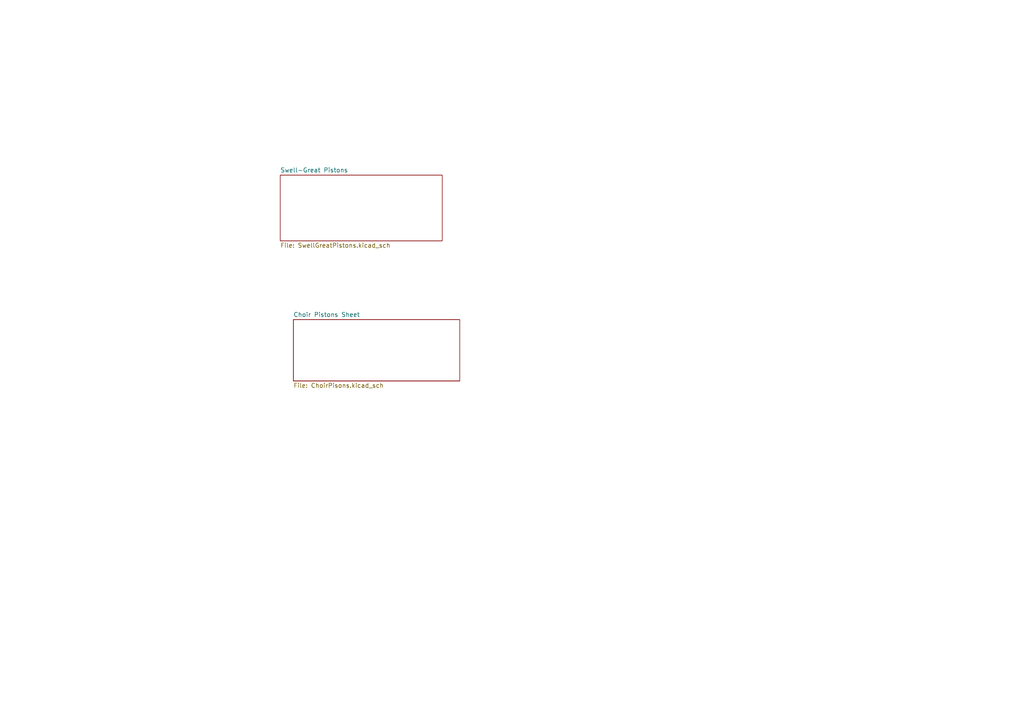
<source format=kicad_sch>
(kicad_sch (version 20211123) (generator eeschema)

  (uuid ec120371-f948-4747-93d5-6ea8a6df7ed0)

  (paper "A4")

  (lib_symbols
  )


  (sheet (at 81.28 50.8) (size 46.99 19.05) (fields_autoplaced)
    (stroke (width 0.1524) (type solid) (color 0 0 0 0))
    (fill (color 0 0 0 0.0000))
    (uuid 43d4d41b-2816-453d-acfc-cb55b36709eb)
    (property "Sheet name" "Swell-Great Pistons" (id 0) (at 81.28 50.0884 0)
      (effects (font (size 1.27 1.27)) (justify left bottom))
    )
    (property "Sheet file" "SwellGreatPistons.kicad_sch" (id 1) (at 81.28 70.4346 0)
      (effects (font (size 1.27 1.27)) (justify left top))
    )
  )

  (sheet (at 85.09 92.71) (size 48.26 17.78) (fields_autoplaced)
    (stroke (width 0.1524) (type solid) (color 0 0 0 0))
    (fill (color 0 0 0 0.0000))
    (uuid 9ad91bc4-4825-4e26-a49c-8a654fef3ab8)
    (property "Sheet name" "Choir Pistons Sheet" (id 0) (at 85.09 91.9984 0)
      (effects (font (size 1.27 1.27)) (justify left bottom))
    )
    (property "Sheet file" "ChoirPisons.kicad_sch" (id 1) (at 85.09 111.0746 0)
      (effects (font (size 1.27 1.27)) (justify left top))
    )
  )

  (sheet_instances
    (path "/" (page "1"))
    (path "/43d4d41b-2816-453d-acfc-cb55b36709eb" (page "2"))
    (path "/9ad91bc4-4825-4e26-a49c-8a654fef3ab8" (page "3"))
  )

  (symbol_instances
    (path "/43d4d41b-2816-453d-acfc-cb55b36709eb/e57602cd-bccf-4273-927c-dc341ba8b447"
      (reference "J1") (unit 1) (value "GreatLEDs") (footprint "")
    )
    (path "/43d4d41b-2816-453d-acfc-cb55b36709eb/209a5a6c-45d7-4202-a316-51a70d21d0ed"
      (reference "J2") (unit 1) (value "SwellLEDs") (footprint "")
    )
    (path "/43d4d41b-2816-453d-acfc-cb55b36709eb/5e1390ae-f6c8-4f5b-b18e-25886c3cda55"
      (reference "J3") (unit 1) (value "GreatPistons") (footprint "")
    )
    (path "/43d4d41b-2816-453d-acfc-cb55b36709eb/11f4e6e4-6bb9-4b38-a04b-89bff2af8367"
      (reference "J4") (unit 1) (value "SwellPistons") (footprint "")
    )
    (path "/9ad91bc4-4825-4e26-a49c-8a654fef3ab8/db912578-c449-4809-848e-9e658a565012"
      (reference "J5") (unit 1) (value "ChoirLEDs") (footprint "")
    )
    (path "/9ad91bc4-4825-4e26-a49c-8a654fef3ab8/c2116445-aab1-4ad3-acc9-eef3b67d80df"
      (reference "J6") (unit 1) (value "ChoirPistons") (footprint "")
    )
    (path "/9ad91bc4-4825-4e26-a49c-8a654fef3ab8/9e944b34-d5d4-4ca7-af2b-5346bb85b2c5"
      (reference "J?") (unit 1) (value "PedalExt") (footprint "")
    )
    (path "/43d4d41b-2816-453d-acfc-cb55b36709eb/780526f0-31d0-40d6-a7a9-e135be4f192a"
      (reference "SW1") (unit 1) (value "SW") (footprint "")
    )
    (path "/43d4d41b-2816-453d-acfc-cb55b36709eb/0690ef3f-bfb7-4ad8-bb9c-e30babf27abd"
      (reference "SW3") (unit 1) (value "SW") (footprint "")
    )
    (path "/43d4d41b-2816-453d-acfc-cb55b36709eb/91ed1337-10a5-4bff-bd64-7e9c6fcaaa2b"
      (reference "SW4") (unit 1) (value "SW") (footprint "")
    )
    (path "/43d4d41b-2816-453d-acfc-cb55b36709eb/b9a7ca8c-9456-40b9-8bf8-c45736b6113f"
      (reference "SW5") (unit 1) (value "SW") (footprint "")
    )
    (path "/43d4d41b-2816-453d-acfc-cb55b36709eb/ccd1b0f0-9674-46f1-b9c6-5b521f816716"
      (reference "SW6") (unit 1) (value "SW") (footprint "")
    )
    (path "/43d4d41b-2816-453d-acfc-cb55b36709eb/f2d92c85-8305-403a-a831-7dc5236eeaf4"
      (reference "SW7") (unit 1) (value "SW") (footprint "")
    )
    (path "/43d4d41b-2816-453d-acfc-cb55b36709eb/4c23476d-3aeb-4ef0-93d0-16663758ddcc"
      (reference "SW8") (unit 1) (value "SW") (footprint "")
    )
    (path "/43d4d41b-2816-453d-acfc-cb55b36709eb/27de6ef5-ad9b-4761-b930-36c0d2e1d2db"
      (reference "SW9") (unit 1) (value "SW") (footprint "")
    )
    (path "/43d4d41b-2816-453d-acfc-cb55b36709eb/dd0159eb-fa37-4d80-a7e9-cf3e11ae7812"
      (reference "SW10") (unit 1) (value "SW") (footprint "")
    )
    (path "/43d4d41b-2816-453d-acfc-cb55b36709eb/59884a06-0107-47dc-9f02-54de6073cb99"
      (reference "SW11") (unit 1) (value "SW") (footprint "")
    )
    (path "/43d4d41b-2816-453d-acfc-cb55b36709eb/b0d69e11-39e6-4616-93f8-ded3bed44825"
      (reference "SW12") (unit 1) (value "SW") (footprint "")
    )
    (path "/43d4d41b-2816-453d-acfc-cb55b36709eb/a265c75b-fb7b-4ac1-a525-c4a06297a4a7"
      (reference "SW13") (unit 1) (value "SW") (footprint "")
    )
    (path "/43d4d41b-2816-453d-acfc-cb55b36709eb/58a1c574-e0e7-4a03-bb12-06d5b115f2cd"
      (reference "SW14") (unit 1) (value "SW") (footprint "")
    )
    (path "/43d4d41b-2816-453d-acfc-cb55b36709eb/36a6af73-a159-4b85-97bf-558a4c18163d"
      (reference "SW15") (unit 1) (value "SW") (footprint "")
    )
    (path "/43d4d41b-2816-453d-acfc-cb55b36709eb/0bcb2e8f-3c93-4b3e-bdf6-9a6c03e6582f"
      (reference "SW16") (unit 1) (value "SW") (footprint "")
    )
    (path "/43d4d41b-2816-453d-acfc-cb55b36709eb/baad2a23-0a68-40c9-9354-695fad88fdac"
      (reference "SW17") (unit 1) (value "SW") (footprint "")
    )
    (path "/43d4d41b-2816-453d-acfc-cb55b36709eb/b17d4485-bd8e-472a-b583-191de5333684"
      (reference "SW18") (unit 1) (value "SW") (footprint "")
    )
    (path "/43d4d41b-2816-453d-acfc-cb55b36709eb/aa2a4ac6-49c3-4ec8-8c00-408d27491641"
      (reference "SW19") (unit 1) (value "SW") (footprint "")
    )
    (path "/43d4d41b-2816-453d-acfc-cb55b36709eb/8eb2b927-981c-4c38-bb6c-88097acf2930"
      (reference "SW20") (unit 1) (value "SW") (footprint "")
    )
    (path "/43d4d41b-2816-453d-acfc-cb55b36709eb/d95945c9-603b-4f23-9c5d-866b52b66316"
      (reference "SW21") (unit 1) (value "SW") (footprint "")
    )
    (path "/43d4d41b-2816-453d-acfc-cb55b36709eb/01b41c29-6d45-470a-9ad6-a475cce9a4e1"
      (reference "SW22") (unit 1) (value "SW") (footprint "")
    )
    (path "/43d4d41b-2816-453d-acfc-cb55b36709eb/ca1f2b3b-92f2-4d8e-a5dc-763e849dd008"
      (reference "SW23") (unit 1) (value "SW") (footprint "")
    )
    (path "/43d4d41b-2816-453d-acfc-cb55b36709eb/91c78b91-30bb-48fa-b868-2ed917c113e6"
      (reference "SW24") (unit 1) (value "SW") (footprint "")
    )
    (path "/43d4d41b-2816-453d-acfc-cb55b36709eb/268232e1-ac3c-49b7-9a82-d4aebd45d5c8"
      (reference "SW25") (unit 1) (value "SW") (footprint "")
    )
    (path "/43d4d41b-2816-453d-acfc-cb55b36709eb/1186a20d-4cd2-405b-914f-0571787ef279"
      (reference "SW26") (unit 1) (value "SW") (footprint "")
    )
    (path "/43d4d41b-2816-453d-acfc-cb55b36709eb/11807940-12da-4195-8d6a-46485c8e9d34"
      (reference "SW27") (unit 1) (value "SW") (footprint "")
    )
    (path "/43d4d41b-2816-453d-acfc-cb55b36709eb/2f7e5da8-c1f2-43c1-bdbd-cc45fb304b73"
      (reference "SW28") (unit 1) (value "SW") (footprint "")
    )
    (path "/43d4d41b-2816-453d-acfc-cb55b36709eb/7948d2aa-10a5-4c96-a4cc-1467788d3757"
      (reference "SW29") (unit 1) (value "SW") (footprint "")
    )
    (path "/43d4d41b-2816-453d-acfc-cb55b36709eb/8ef6bf26-3b8c-43b6-a071-8fa8c122890e"
      (reference "SW30") (unit 1) (value "SW") (footprint "")
    )
    (path "/43d4d41b-2816-453d-acfc-cb55b36709eb/db2be314-629f-4bc0-bbc2-00928cf28497"
      (reference "SW31") (unit 1) (value "SW") (footprint "")
    )
    (path "/43d4d41b-2816-453d-acfc-cb55b36709eb/4b904ea7-7d3e-4e94-a2e1-1b141ed12cb0"
      (reference "SW32") (unit 1) (value "SW") (footprint "")
    )
    (path "/43d4d41b-2816-453d-acfc-cb55b36709eb/b55faa24-f71d-4b00-a135-9cef6213c770"
      (reference "SW33") (unit 1) (value "SW") (footprint "")
    )
    (path "/43d4d41b-2816-453d-acfc-cb55b36709eb/af56bae2-91e9-4b3a-a06d-b8efbb697ff2"
      (reference "SW34") (unit 1) (value "SW") (footprint "")
    )
    (path "/43d4d41b-2816-453d-acfc-cb55b36709eb/5aa37473-44ae-4464-a2ab-ff090cf07425"
      (reference "SW35") (unit 1) (value "SW") (footprint "")
    )
    (path "/43d4d41b-2816-453d-acfc-cb55b36709eb/5167a79c-0472-4c89-b0ac-76029457eac3"
      (reference "SW36") (unit 1) (value "SW") (footprint "")
    )
    (path "/43d4d41b-2816-453d-acfc-cb55b36709eb/eea16a3e-f126-4160-bcc4-75affc313606"
      (reference "SW37") (unit 1) (value "SW") (footprint "")
    )
    (path "/43d4d41b-2816-453d-acfc-cb55b36709eb/bac13e52-dc71-4885-b73e-a20e1c46110c"
      (reference "SW38") (unit 1) (value "SW") (footprint "")
    )
    (path "/43d4d41b-2816-453d-acfc-cb55b36709eb/85feb7c9-c69d-40a3-b322-64a7e6078b08"
      (reference "SW39") (unit 1) (value "SW") (footprint "")
    )
    (path "/43d4d41b-2816-453d-acfc-cb55b36709eb/ecf82e4b-f25c-4f55-87d8-71933c9d015a"
      (reference "SW40") (unit 1) (value "SW") (footprint "")
    )
    (path "/43d4d41b-2816-453d-acfc-cb55b36709eb/c4cdc1f8-6c2f-4b95-8385-38a29a759799"
      (reference "SW41") (unit 1) (value "SW") (footprint "")
    )
    (path "/43d4d41b-2816-453d-acfc-cb55b36709eb/846077ca-bf43-410a-98c7-9260ddd638b7"
      (reference "SW42") (unit 1) (value "SW") (footprint "")
    )
    (path "/43d4d41b-2816-453d-acfc-cb55b36709eb/5b9db70f-4654-48f6-a04b-30bf046ba963"
      (reference "SW43") (unit 1) (value "SW") (footprint "")
    )
    (path "/43d4d41b-2816-453d-acfc-cb55b36709eb/0b7956ca-9ad3-4fb8-a133-ddf622a0f371"
      (reference "SW44") (unit 1) (value "SW") (footprint "")
    )
    (path "/9ad91bc4-4825-4e26-a49c-8a654fef3ab8/bebf08c7-2de1-4056-abe8-d93bca1f7a59"
      (reference "SW49") (unit 1) (value "SW") (footprint "")
    )
    (path "/9ad91bc4-4825-4e26-a49c-8a654fef3ab8/41421090-b091-40cb-a385-37dbf1c12314"
      (reference "SW50") (unit 1) (value "SW") (footprint "")
    )
    (path "/9ad91bc4-4825-4e26-a49c-8a654fef3ab8/5fdcd9ae-d63e-49bd-a881-d17076a8a26a"
      (reference "SW51") (unit 1) (value "SW") (footprint "")
    )
    (path "/9ad91bc4-4825-4e26-a49c-8a654fef3ab8/bc25092e-e4bd-4191-952d-8c9c662c09ef"
      (reference "SW52") (unit 1) (value "SW") (footprint "")
    )
    (path "/9ad91bc4-4825-4e26-a49c-8a654fef3ab8/629b8c83-4712-464e-a079-6f37c8b7a4b8"
      (reference "SW53") (unit 1) (value "SW") (footprint "")
    )
    (path "/9ad91bc4-4825-4e26-a49c-8a654fef3ab8/61aa113c-b622-402d-908f-432f0ba5a7ab"
      (reference "SW54") (unit 1) (value "SW") (footprint "")
    )
    (path "/9ad91bc4-4825-4e26-a49c-8a654fef3ab8/a71c04dd-8c42-480b-966d-139726246058"
      (reference "SW55") (unit 1) (value "SW") (footprint "")
    )
    (path "/9ad91bc4-4825-4e26-a49c-8a654fef3ab8/9b9b7d3b-77d0-4578-93e2-e24915d80644"
      (reference "SW56") (unit 1) (value "SW") (footprint "")
    )
    (path "/9ad91bc4-4825-4e26-a49c-8a654fef3ab8/ac6ac0f9-bdee-4026-90f3-43d945ff95d2"
      (reference "SW57") (unit 1) (value "SW") (footprint "")
    )
    (path "/9ad91bc4-4825-4e26-a49c-8a654fef3ab8/35ac0790-49e6-4dea-ba80-e2bd7c545d34"
      (reference "SW58") (unit 1) (value "SW") (footprint "")
    )
    (path "/9ad91bc4-4825-4e26-a49c-8a654fef3ab8/20921a69-9221-40a9-886b-576e7c86bc53"
      (reference "SW59") (unit 1) (value "SW") (footprint "")
    )
    (path "/9ad91bc4-4825-4e26-a49c-8a654fef3ab8/4ac060bc-58b7-40c9-9e67-5e61e600d2e9"
      (reference "SW60") (unit 1) (value "SW") (footprint "")
    )
    (path "/9ad91bc4-4825-4e26-a49c-8a654fef3ab8/422da7ed-75db-4d2c-b232-3e7db54a49b9"
      (reference "SW61") (unit 1) (value "SW") (footprint "")
    )
    (path "/9ad91bc4-4825-4e26-a49c-8a654fef3ab8/313be313-8b4f-40da-b944-47537e1247da"
      (reference "SW62") (unit 1) (value "SW") (footprint "")
    )
    (path "/9ad91bc4-4825-4e26-a49c-8a654fef3ab8/f81af47f-a6d6-4c83-adaf-404f55b06259"
      (reference "SW63") (unit 1) (value "SW") (footprint "")
    )
    (path "/9ad91bc4-4825-4e26-a49c-8a654fef3ab8/df52fb5e-5b0b-4950-a571-73643deb535e"
      (reference "SW64") (unit 1) (value "SW") (footprint "")
    )
    (path "/9ad91bc4-4825-4e26-a49c-8a654fef3ab8/555f6b7b-a041-4588-afad-ffc079a8dbe7"
      (reference "SW65") (unit 1) (value "SW") (footprint "")
    )
    (path "/9ad91bc4-4825-4e26-a49c-8a654fef3ab8/5f55e557-cce1-42eb-aa31-8c2b835b85e5"
      (reference "SW66") (unit 1) (value "SW") (footprint "")
    )
    (path "/9ad91bc4-4825-4e26-a49c-8a654fef3ab8/16582dc4-59e8-4108-ac00-69957059794f"
      (reference "SW?") (unit 1) (value "SW") (footprint "")
    )
    (path "/9ad91bc4-4825-4e26-a49c-8a654fef3ab8/17ced5f5-f10e-4332-be55-845507a1c1eb"
      (reference "SW?") (unit 1) (value "SW") (footprint "")
    )
    (path "/9ad91bc4-4825-4e26-a49c-8a654fef3ab8/1dd192f8-112e-48d2-834f-b15d60ee86a8"
      (reference "SW?") (unit 1) (value "SW") (footprint "")
    )
    (path "/9ad91bc4-4825-4e26-a49c-8a654fef3ab8/556e91f0-96eb-4087-883c-2b8f0c599b19"
      (reference "SW?") (unit 1) (value "SW") (footprint "")
    )
    (path "/9ad91bc4-4825-4e26-a49c-8a654fef3ab8/7da0c203-0f89-464d-98cc-57b2cc33d88a"
      (reference "SW?") (unit 1) (value "SW") (footprint "")
    )
    (path "/9ad91bc4-4825-4e26-a49c-8a654fef3ab8/a1f2151f-6a62-4b04-be58-a919ff370101"
      (reference "SW?") (unit 1) (value "SW") (footprint "")
    )
    (path "/9ad91bc4-4825-4e26-a49c-8a654fef3ab8/b3d63a68-3c63-434b-9e45-5481146e334e"
      (reference "SW?") (unit 1) (value "SW") (footprint "")
    )
    (path "/9ad91bc4-4825-4e26-a49c-8a654fef3ab8/c36ef4c4-96bd-4b64-adb0-b0b5bb28fe12"
      (reference "SW?") (unit 1) (value "SW") (footprint "")
    )
    (path "/9ad91bc4-4825-4e26-a49c-8a654fef3ab8/eec2699c-7efa-465f-bf66-95f95b108bd8"
      (reference "SW?") (unit 1) (value "SW") (footprint "")
    )
  )
)

</source>
